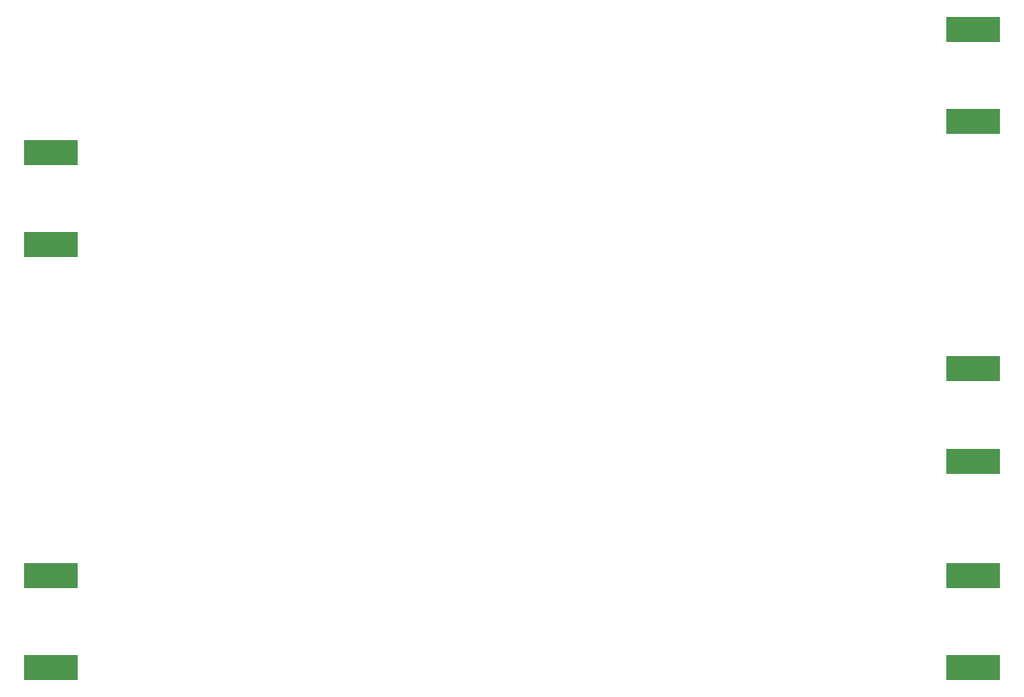
<source format=gbr>
%TF.GenerationSoftware,KiCad,Pcbnew,(5.1.6-0-10_14)*%
%TF.CreationDate,2021-11-19T16:45:31-06:00*%
%TF.ProjectId,EE514 Board,45453531-3420-4426-9f61-72642e6b6963,rev?*%
%TF.SameCoordinates,Original*%
%TF.FileFunction,Paste,Bot*%
%TF.FilePolarity,Positive*%
%FSLAX46Y46*%
G04 Gerber Fmt 4.6, Leading zero omitted, Abs format (unit mm)*
G04 Created by KiCad (PCBNEW (5.1.6-0-10_14)) date 2021-11-19 16:45:31*
%MOMM*%
%LPD*%
G01*
G04 APERTURE LIST*
%ADD10R,5.080000X2.420000*%
G04 APERTURE END LIST*
D10*
%TO.C,J106*%
X185031800Y-94121200D03*
X185031800Y-102881200D03*
%TD*%
%TO.C,J105*%
X185031800Y-113730000D03*
X185031800Y-122490000D03*
%TD*%
%TO.C,J104*%
X185031800Y-61914000D03*
X185031800Y-70674000D03*
%TD*%
%TO.C,J103*%
X97594000Y-122490000D03*
X97594000Y-113730000D03*
%TD*%
%TO.C,J102*%
X97594000Y-82358000D03*
X97594000Y-73598000D03*
%TD*%
M02*

</source>
